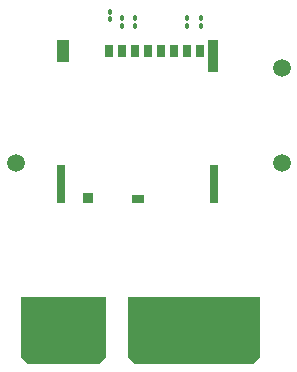
<source format=gbr>
%TF.GenerationSoftware,KiCad,Pcbnew,8.0.8*%
%TF.CreationDate,2025-11-27T10:04:54+01:00*%
%TF.ProjectId,CartridgeMk3.1,43617274-7269-4646-9765-4d6b332e312e,rev?*%
%TF.SameCoordinates,Original*%
%TF.FileFunction,Soldermask,Top*%
%TF.FilePolarity,Negative*%
%FSLAX46Y46*%
G04 Gerber Fmt 4.6, Leading zero omitted, Abs format (unit mm)*
G04 Created by KiCad (PCBNEW 8.0.8) date 2025-11-27 10:04:54*
%MOMM*%
%LPD*%
G01*
G04 APERTURE LIST*
G04 Aperture macros list*
%AMRoundRect*
0 Rectangle with rounded corners*
0 $1 Rounding radius*
0 $2 $3 $4 $5 $6 $7 $8 $9 X,Y pos of 4 corners*
0 Add a 4 corners polygon primitive as box body*
4,1,4,$2,$3,$4,$5,$6,$7,$8,$9,$2,$3,0*
0 Add four circle primitives for the rounded corners*
1,1,$1+$1,$2,$3*
1,1,$1+$1,$4,$5*
1,1,$1+$1,$6,$7*
1,1,$1+$1,$8,$9*
0 Add four rect primitives between the rounded corners*
20,1,$1+$1,$2,$3,$4,$5,0*
20,1,$1+$1,$4,$5,$6,$7,0*
20,1,$1+$1,$6,$7,$8,$9,0*
20,1,$1+$1,$8,$9,$2,$3,0*%
G04 Aperture macros list end*
%ADD10C,0.100000*%
%ADD11C,1.500000*%
%ADD12RoundRect,0.100000X-0.100000X0.130000X-0.100000X-0.130000X0.100000X-0.130000X0.100000X0.130000X0*%
%ADD13R,0.700000X1.100000*%
%ADD14R,0.900000X0.930000*%
%ADD15R,1.050000X0.780000*%
%ADD16R,0.700000X3.330000*%
%ADD17R,1.140000X1.830000*%
%ADD18R,0.860000X2.800000*%
%ADD19R,0.700000X3.200000*%
%ADD20R,0.700000X4.300000*%
G04 APERTURE END LIST*
D10*
X187600000Y-77900000D02*
X187100000Y-78400000D01*
X177000000Y-78400000D01*
X176500000Y-77900000D01*
X176500000Y-72850000D01*
X187600000Y-72850000D01*
X187600000Y-77900000D01*
G36*
X187600000Y-77900000D02*
G01*
X187100000Y-78400000D01*
X177000000Y-78400000D01*
X176500000Y-77900000D01*
X176500000Y-72850000D01*
X187600000Y-72850000D01*
X187600000Y-77900000D01*
G37*
X174500000Y-77900000D02*
X174000000Y-78400000D01*
X167900000Y-78400000D01*
X167400000Y-77900000D01*
X167400000Y-72850000D01*
X174500000Y-72850000D01*
X174500000Y-77900000D01*
G36*
X174500000Y-77900000D02*
G01*
X174000000Y-78400000D01*
X167900000Y-78400000D01*
X167400000Y-77900000D01*
X167400000Y-72850000D01*
X174500000Y-72850000D01*
X174500000Y-77900000D01*
G37*
D11*
%TO.C,FD1*%
X167000000Y-61500000D03*
%TD*%
D12*
%TO.C,R1*%
X182650000Y-49235000D03*
X182650000Y-49875000D03*
%TD*%
%TO.C,R3*%
X174950000Y-48680000D03*
X174950000Y-49320000D03*
%TD*%
D11*
%TO.C,FD2*%
X189500000Y-53500000D03*
%TD*%
%TO.C,FD3*%
X189500000Y-61500000D03*
%TD*%
D12*
%TO.C,R5*%
X175995000Y-49230000D03*
X175995000Y-49870000D03*
%TD*%
%TO.C,R2*%
X181500000Y-49230000D03*
X181500000Y-49870000D03*
%TD*%
D13*
%TO.C,J2*%
X174880000Y-51985000D03*
X175980000Y-51985000D03*
X177080000Y-51985000D03*
X178180000Y-51985000D03*
X179280000Y-51985000D03*
X180380000Y-51985000D03*
X181480000Y-51985000D03*
X182580000Y-51985000D03*
D14*
X173090000Y-64450000D03*
D15*
X177355000Y-64525000D03*
D16*
X170780000Y-63250000D03*
D17*
X171000000Y-52000000D03*
D18*
X183660000Y-52485000D03*
D16*
X183740000Y-63250000D03*
%TD*%
D12*
%TO.C,R4*%
X177100000Y-49235000D03*
X177100000Y-49875000D03*
%TD*%
D19*
%TO.C,J1*%
X187000000Y-74450000D03*
D20*
X186000000Y-75000000D03*
X185000000Y-75000000D03*
X184000000Y-75000000D03*
X183000000Y-75000000D03*
X182000000Y-75000000D03*
X181000000Y-75000000D03*
X180000000Y-75000000D03*
X179000000Y-75000000D03*
X178000000Y-75000000D03*
X177000000Y-75000000D03*
X174000000Y-75000000D03*
X173000000Y-75000000D03*
X172000000Y-75000000D03*
X171000000Y-75000000D03*
X170000000Y-75000000D03*
X169000000Y-75000000D03*
X168000000Y-75000000D03*
%TD*%
M02*

</source>
